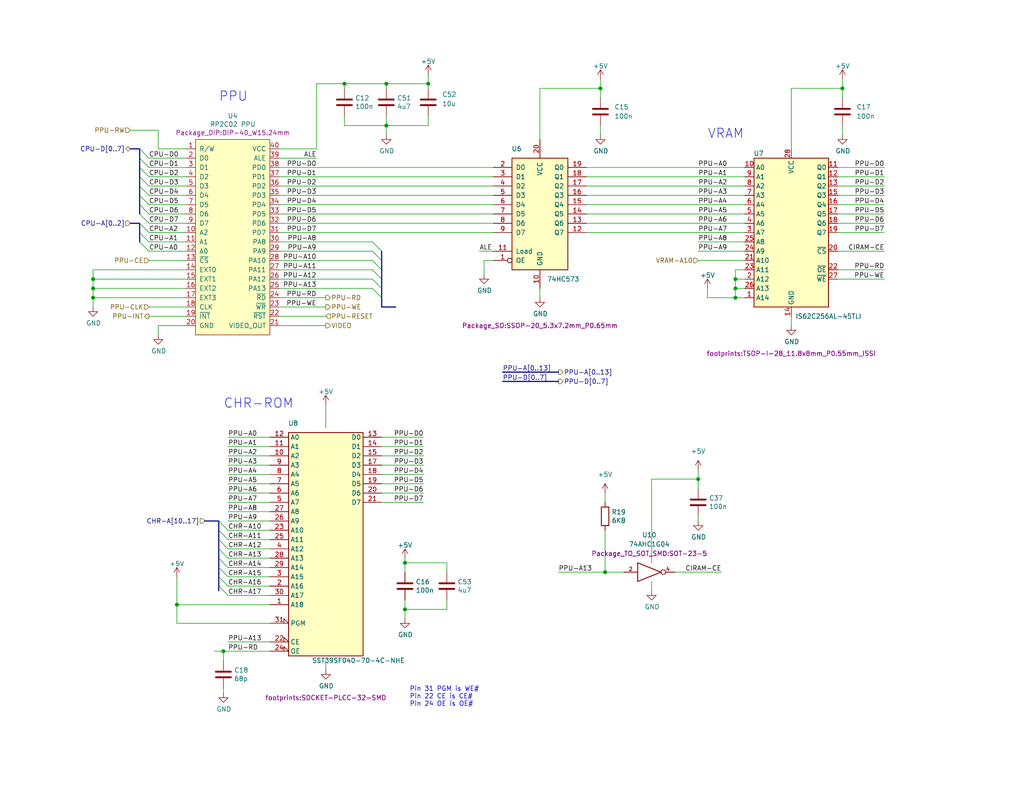
<source format=kicad_sch>
(kicad_sch (version 20211123) (generator eeschema)
  (paper "A")
  (title_block (title "InGame-NES MMC3") (date "2022-08-02") (rev "2") (company "Late to the Game"))
  (lib_symbols
    (symbol "00Custom:NES-RP2C02_PPU" (pin_names (offset 1.016))
      (property "Reference" "U" (at 3.81 3.81 0))
      (property "Value" "NES-RP2C02_PPU" (at 15.24 -52.07 0))
      (symbol "NES-RP2C02_PPU_0_1"
        (rectangle (start 22.86 2.54) (end 2.54 -50.8) (fill (type background)))
      )
      (symbol "NES-RP2C02_PPU_1_1"
        (pin input line (at 0 0 0) (length 2.54) (name "R/W") (number "1"))
        (pin input line (at 0 -22.86 0) (length 2.54) (name "A2") (number "10"))
        (pin input line (at 0 -25.4 0) (length 2.54) (name "A1") (number "11"))
        (pin input line (at 0 -27.94 0) (length 2.54) (name "A0") (number "12"))
        (pin input line (at 0 -30.48 0) (length 2.54) (name "~{CS}") (number "13"))
        (pin bidirectional line (at 0 -33.02 0) (length 2.54) (name "EXT0") (number "14"))
        (pin bidirectional line (at 0 -35.56 0) (length 2.54) (name "EXT1") (number "15"))
        (pin bidirectional line (at 0 -38.1 0) (length 2.54) (name "EXT2") (number "16"))
        (pin bidirectional line (at 0 -40.64 0) (length 2.54) (name "EXT3") (number "17"))
        (pin input line (at 0 -43.18 0) (length 2.54) (name "CLK") (number "18"))
        (pin output line (at 0 -45.72 0) (length 2.54) (name "~{INT}") (number "19"))
        (pin bidirectional line (at 0 -2.54 0) (length 2.54) (name "D0") (number "2"))
        (pin power_in line (at 0 -48.26 0) (length 2.54) (name "GND") (number "20"))
        (pin output line (at 25.4 -48.26 180) (length 2.54) (name "VIDEO_OUT") (number "21"))
        (pin input line (at 25.4 -45.72 180) (length 2.54) (name "~{RST}") (number "22"))
        (pin output line (at 25.4 -43.18 180) (length 2.54) (name "~{WR}") (number "23"))
        (pin input line (at 25.4 -40.64 180) (length 2.54) (name "~{RD}") (number "24"))
        (pin output line (at 25.4 -38.1 180) (length 2.54) (name "PA13") (number "25"))
        (pin output line (at 25.4 -35.56 180) (length 2.54) (name "PA12") (number "26"))
        (pin output line (at 25.4 -33.02 180) (length 2.54) (name "PA11") (number "27"))
        (pin output line (at 25.4 -30.48 180) (length 2.54) (name "PA10") (number "28"))
        (pin output line (at 25.4 -27.94 180) (length 2.54) (name "PA9") (number "29"))
        (pin bidirectional line (at 0 -5.08 0) (length 2.54) (name "D1") (number "3"))
        (pin output line (at 25.4 -25.4 180) (length 2.54) (name "PA8") (number "30"))
        (pin bidirectional line (at 25.4 -22.86 180) (length 2.54) (name "PD7") (number "31"))
        (pin bidirectional line (at 25.4 -20.32 180) (length 2.54) (name "PD6") (number "32"))
        (pin bidirectional line (at 25.4 -17.78 180) (length 2.54) (name "PD5") (number "33"))
        (pin bidirectional line (at 25.4 -15.24 180) (length 2.54) (name "PD4") (number "34"))
        (pin bidirectional line (at 25.4 -12.7 180) (length 2.54) (name "PD3") (number "35"))
        (pin bidirectional line (at 25.4 -10.16 180) (length 2.54) (name "PD2") (number "36"))
        (pin bidirectional line (at 25.4 -7.62 180) (length 2.54) (name "PD1") (number "37"))
        (pin bidirectional line (at 25.4 -5.08 180) (length 2.54) (name "PD0") (number "38"))
        (pin output line (at 25.4 -2.54 180) (length 2.54) (name "ALE") (number "39"))
        (pin bidirectional line (at 0 -7.62 0) (length 2.54) (name "D2") (number "4"))
        (pin power_in line (at 25.4 0 180) (length 2.54) (name "VCC") (number "40"))
        (pin bidirectional line (at 0 -10.16 0) (length 2.54) (name "D3") (number "5"))
        (pin bidirectional line (at 0 -12.7 0) (length 2.54) (name "D4") (number "6"))
        (pin bidirectional line (at 0 -15.24 0) (length 2.54) (name "D5") (number "7"))
        (pin bidirectional line (at 0 -17.78 0) (length 2.54) (name "D6") (number "8"))
        (pin bidirectional line (at 0 -20.32 0) (length 2.54) (name "D7") (number "9"))
      )
    )
    (symbol "74xGxx:74AHC1G04" (pin_names (offset 1.016))
      (property "Reference" "U" (at -2.54 3.81 0))
      (property "Value" "74AHC1G04" (at 0 -3.81 0))
      (symbol "74AHC1G04_0_1"
        (polyline (pts (xy -3.81 2.54) (xy -3.81 -2.54) (xy 2.54 0) (xy -3.81 2.54)) (stroke (width 0.254)))
      )
      (symbol "74AHC1G04_1_1"
        (pin input line (at -7.62 0 0) (length 3.81) (name "~") (number "2"))
        (pin power_in line (at 0 -2.54 270) (length 0) hide (name "GND") (number "3"))
        (pin output inverted (at 6.35 0 180) (length 3.81) (name "~") (number "4"))
        (pin power_in line (at 0 2.54 90) (length 0) hide (name "VCC") (number "5"))
      )
    )
    (symbol "74xx:74LS573" (pin_names (offset 1.016))
      (property "Reference" "U" (at -7.62 16.51 0))
      (property "Value" "74LS573" (at -7.62 -16.51 0))
      (symbol "74LS573_1_0"
        (pin input inverted (at -12.7 -12.7 0) (length 5.08) (name "OE") (number "1"))
        (pin power_in line (at 0 -20.32 90) (length 5.08) (name "GND") (number "10"))
        (pin input line (at -12.7 -10.16 0) (length 5.08) (name "Load") (number "11"))
        (pin tri_state line (at 12.7 -5.08 180) (length 5.08) (name "Q7") (number "12"))
        (pin tri_state line (at 12.7 -2.54 180) (length 5.08) (name "Q6") (number "13"))
        (pin tri_state line (at 12.7 0 180) (length 5.08) (name "Q5") (number "14"))
        (pin tri_state line (at 12.7 2.54 180) (length 5.08) (name "Q4") (number "15"))
        (pin tri_state line (at 12.7 5.08 180) (length 5.08) (name "Q3") (number "16"))
        (pin tri_state line (at 12.7 7.62 180) (length 5.08) (name "Q2") (number "17"))
        (pin tri_state line (at 12.7 10.16 180) (length 5.08) (name "Q1") (number "18"))
        (pin tri_state line (at 12.7 12.7 180) (length 5.08) (name "Q0") (number "19"))
        (pin input line (at -12.7 12.7 0) (length 5.08) (name "D0") (number "2"))
        (pin power_in line (at 0 20.32 270) (length 5.08) (name "VCC") (number "20"))
        (pin input line (at -12.7 10.16 0) (length 5.08) (name "D1") (number "3"))
        (pin input line (at -12.7 7.62 0) (length 5.08) (name "D2") (number "4"))
        (pin input line (at -12.7 5.08 0) (length 5.08) (name "D3") (number "5"))
        (pin input line (at -12.7 2.54 0) (length 5.08) (name "D4") (number "6"))
        (pin input line (at -12.7 0 0) (length 5.08) (name "D5") (number "7"))
        (pin input line (at -12.7 -2.54 0) (length 5.08) (name "D6") (number "8"))
        (pin input line (at -12.7 -5.08 0) (length 5.08) (name "D7") (number "9"))
      )
      (symbol "74LS573_1_1"
        (rectangle (start -7.62 15.24) (end 7.62 -15.24) (stroke (width 0.254)) (fill (type background)))
      )
    )
    (symbol "Device:C" (pin_numbers hide) (pin_names (offset 0.254))
      (property "Reference" "C" (at 0.635 2.54 0))
      (property "Value" "C" (at 0.635 -2.54 0))
      (symbol "C_0_1"
        (polyline (pts (xy -2.032 -0.762) (xy 2.032 -0.762)) (stroke (width 0.508)))
        (polyline (pts (xy -2.032 0.762) (xy 2.032 0.762)) (stroke (width 0.508)))
      )
      (symbol "C_1_1"
        (pin passive line (at 0 3.81 270) (length 2.794) (name "~") (number "1"))
        (pin passive line (at 0 -3.81 90) (length 2.794) (name "~") (number "2"))
      )
    )
    (symbol "Device:R" (pin_numbers hide) (pin_names (offset 0))
      (property "Reference" "R" (at 2.032 0 90))
      (property "Value" "R" (at 0 0 90))
      (symbol "R_0_1"
        (rectangle (start -1.016 -2.54) (end 1.016 2.54) (stroke (width 0.254)))
      )
      (symbol "R_1_1"
        (pin passive line (at 0 3.81 270) (length 1.27) (name "~") (number "1"))
        (pin passive line (at 0 -3.81 90) (length 1.27) (name "~") (number "2"))
      )
    )
    (symbol "Memory_Flash:SST39SF040"
      (property "Reference" "U" (at 2.54 33.02 0))
      (property "Value" "SST39SF040" (at 0 -30.48 0))
      (symbol "SST39SF040_0_0"
        (pin power_in line (at 0 -30.48 90) (length 1.27) hide (name "GND") (number "16"))
        (pin power_in line (at 0 33.02 270) (length 1.27) hide (name "VCC") (number "32"))
      )
      (symbol "SST39SF040_0_1"
        (rectangle (start -10.16 31.75) (end 10.16 -29.21) (stroke (width 0.254)) (fill (type background)))
      )
      (symbol "SST39SF040_1_1"
        (pin input line (at -15.24 -15.24 0) (length 5.08) (name "A18") (number "1"))
        (pin input line (at -15.24 25.4 0) (length 5.08) (name "A2") (number "10"))
        (pin input line (at -15.24 27.94 0) (length 5.08) (name "A1") (number "11"))
        (pin input line (at -15.24 30.48 0) (length 5.08) (name "A0") (number "12"))
        (pin tri_state line (at 15.24 30.48 180) (length 5.08) (name "D0") (number "13"))
        (pin tri_state line (at 15.24 27.94 180) (length 5.08) (name "D1") (number "14"))
        (pin tri_state line (at 15.24 25.4 180) (length 5.08) (name "D2") (number "15"))
        (pin tri_state line (at 15.24 22.86 180) (length 5.08) (name "D3") (number "17"))
        (pin tri_state line (at 15.24 20.32 180) (length 5.08) (name "D4") (number "18"))
        (pin tri_state line (at 15.24 17.78 180) (length 5.08) (name "D5") (number "19"))
        (pin input line (at -15.24 -10.16 0) (length 5.08) (name "A16") (number "2"))
        (pin tri_state line (at 15.24 15.24 180) (length 5.08) (name "D6") (number "20"))
        (pin tri_state line (at 15.24 12.7 180) (length 5.08) (name "D7") (number "21"))
        (pin input input_low (at -15.24 -25.4 0) (length 5.08) (name "CE") (number "22"))
        (pin input line (at -15.24 5.08 0) (length 5.08) (name "A10") (number "23"))
        (pin input input_low (at -15.24 -27.94 0) (length 5.08) (name "OE") (number "24"))
        (pin input line (at -15.24 2.54 0) (length 5.08) (name "A11") (number "25"))
        (pin input line (at -15.24 7.62 0) (length 5.08) (name "A9") (number "26"))
        (pin input line (at -15.24 10.16 0) (length 5.08) (name "A8") (number "27"))
        (pin input line (at -15.24 -2.54 0) (length 5.08) (name "A13") (number "28"))
        (pin input line (at -15.24 -5.08 0) (length 5.08) (name "A14") (number "29"))
        (pin input line (at -15.24 -7.62 0) (length 5.08) (name "A15") (number "3"))
        (pin input line (at -15.24 -12.7 0) (length 5.08) (name "A17") (number "30"))
        (pin input input_low (at -15.24 -20.32 0) (length 5.08) (name "PGM") (number "31"))
        (pin input line (at -15.24 0 0) (length 5.08) (name "A12") (number "4"))
        (pin input line (at -15.24 12.7 0) (length 5.08) (name "A7") (number "5"))
        (pin input line (at -15.24 15.24 0) (length 5.08) (name "A6") (number "6"))
        (pin input line (at -15.24 17.78 0) (length 5.08) (name "A5") (number "7"))
        (pin input line (at -15.24 20.32 0) (length 5.08) (name "A4") (number "8"))
        (pin input line (at -15.24 22.86 0) (length 5.08) (name "A3") (number "9"))
      )
    )
    (symbol "Memory_RAM:KM62256CLP"
      (property "Reference" "U" (at -10.16 20.955 0))
      (property "Value" "KM62256CLP" (at 2.54 20.955 0))
      (symbol "KM62256CLP_0_0"
        (pin power_in line (at 0 -22.86 90) (length 2.54) (name "GND") (number "14"))
        (pin power_in line (at 0 22.86 270) (length 2.54) (name "VCC") (number "28"))
      )
      (symbol "KM62256CLP_0_1"
        (rectangle (start -10.16 20.32) (end 10.16 -20.32) (stroke (width 0.254)) (fill (type background)))
      )
      (symbol "KM62256CLP_1_1"
        (pin input line (at -12.7 -17.78 0) (length 2.54) (name "A14") (number "1"))
        (pin input line (at -12.7 17.78 0) (length 2.54) (name "A0") (number "10"))
        (pin tri_state line (at 12.7 17.78 180) (length 2.54) (name "Q0") (number "11"))
        (pin tri_state line (at 12.7 15.24 180) (length 2.54) (name "Q1") (number "12"))
        (pin tri_state line (at 12.7 12.7 180) (length 2.54) (name "Q2") (number "13"))
        (pin tri_state line (at 12.7 10.16 180) (length 2.54) (name "Q3") (number "15"))
        (pin tri_state line (at 12.7 7.62 180) (length 2.54) (name "Q4") (number "16"))
        (pin tri_state line (at 12.7 5.08 180) (length 2.54) (name "Q5") (number "17"))
        (pin tri_state line (at 12.7 2.54 180) (length 2.54) (name "Q6") (number "18"))
        (pin tri_state line (at 12.7 0 180) (length 2.54) (name "Q7") (number "19"))
        (pin input line (at -12.7 -12.7 0) (length 2.54) (name "A12") (number "2"))
        (pin input line (at 12.7 -5.08 180) (length 2.54) (name "~{CS}") (number "20"))
        (pin input line (at -12.7 -7.62 0) (length 2.54) (name "A10") (number "21"))
        (pin input line (at 12.7 -10.16 180) (length 2.54) (name "~{OE}") (number "22"))
        (pin input line (at -12.7 -10.16 0) (length 2.54) (name "A11") (number "23"))
        (pin input line (at -12.7 -5.08 0) (length 2.54) (name "A9") (number "24"))
        (pin input line (at -12.7 -2.54 0) (length 2.54) (name "A8") (number "25"))
        (pin input line (at -12.7 -15.24 0) (length 2.54) (name "A13") (number "26"))
        (pin input line (at 12.7 -12.7 180) (length 2.54) (name "~{WE}") (number "27"))
        (pin input line (at -12.7 0 0) (length 2.54) (name "A7") (number "3"))
        (pin input line (at -12.7 2.54 0) (length 2.54) (name "A6") (number "4"))
        (pin input line (at -12.7 5.08 0) (length 2.54) (name "A5") (number "5"))
        (pin input line (at -12.7 7.62 0) (length 2.54) (name "A4") (number "6"))
        (pin input line (at -12.7 10.16 0) (length 2.54) (name "A3") (number "7"))
        (pin input line (at -12.7 12.7 0) (length 2.54) (name "A2") (number "8"))
        (pin input line (at -12.7 15.24 0) (length 2.54) (name "A1") (number "9"))
      )
    )
    (symbol "power:+5V" (power) (pin_names (offset 0))
      (property "Value" "+5V" (at 0 3.556 0))
      (symbol "+5V_0_1"
        (polyline (pts (xy -0.762 1.27) (xy 0 2.54)))
        (polyline (pts (xy 0 0) (xy 0 2.54)))
        (polyline (pts (xy 0 2.54) (xy 0.762 1.27)))
      )
      (symbol "+5V_1_1"
        (pin power_in line (at 0 0 90) (length 0) hide (name "+5V") (number "1"))
      )
    )
    (symbol "power:GND" (power) (pin_names (offset 0))
      (property "Value" "GND" (at 0 -3.81 0))
      (symbol "GND_0_1"
        (polyline (pts (xy 0 0) (xy 0 -1.27) (xy 1.27 -1.27) (xy 0 -2.54) (xy -1.27 -1.27) (xy 0 -1.27)))
      )
      (symbol "GND_1_1"
        (pin power_in line (at 0 0 270) (length 0) hide (name "GND") (number "1"))
      )
    )
  )
  (junction (at 200.66 78.74))
  (junction (at 105.41 34.29))
  (junction (at 165.1 156.21))
  (junction (at 110.49 166.37))
  (junction (at 60.96 177.8))
  (junction (at 200.66 76.2))
  (junction (at 25.4 81.28))
  (junction (at 48.26 165.1))
  (junction (at 25.4 76.2))
  (junction (at 190.5 130.81))
  (junction (at 163.83 24.13))
  (junction (at 105.41 22.86))
  (junction (at 110.49 153.67))
  (junction (at 93.98 22.86))
  (junction (at 116.84 22.86))
  (junction (at 229.87 24.13))
  (junction (at 25.4 78.74))
  (junction (at 200.66 81.28))
  (bus_entry (at 59.69 160.02) (size 2.54 2.54))
  (bus_entry (at 101.6 76.2) (size 2.54 2.54))
  (bus_entry (at 101.6 71.12) (size 2.54 2.54))
  (bus_entry (at 59.69 154.94) (size 2.54 2.54))
  (bus_entry (at 38.1 66.04) (size 2.54 2.54))
  (bus_entry (at 59.69 142.24) (size 2.54 2.54))
  (bus_entry (at 59.69 157.48) (size 2.54 2.54))
  (bus_entry (at 101.6 68.58) (size 2.54 2.54))
  (bus_entry (at 38.1 60.96) (size 2.54 2.54))
  (bus_entry (at 38.1 50.8) (size 2.54 2.54))
  (bus_entry (at 101.6 66.04) (size 2.54 2.54))
  (bus_entry (at 38.1 40.64) (size 2.54 2.54))
  (bus_entry (at 38.1 45.72) (size 2.54 2.54))
  (bus_entry (at 38.1 48.26) (size 2.54 2.54))
  (bus_entry (at 59.69 152.4) (size 2.54 2.54))
  (bus_entry (at 59.69 144.78) (size 2.54 2.54))
  (bus_entry (at 59.69 147.32) (size 2.54 2.54))
  (bus_entry (at 38.1 58.42) (size 2.54 2.54))
  (bus_entry (at 38.1 55.88) (size 2.54 2.54))
  (bus_entry (at 59.69 149.86) (size 2.54 2.54))
  (bus_entry (at 101.6 73.66) (size 2.54 2.54))
  (bus_entry (at 38.1 43.18) (size 2.54 2.54))
  (bus_entry (at 38.1 53.34) (size 2.54 2.54))
  (bus_entry (at 101.6 78.74) (size 2.54 2.54))
  (bus_entry (at 38.1 63.5) (size 2.54 2.54))
  (wire (pts (xy 48.26 170.18) (xy 48.26 165.1)))
  (wire (pts (xy 165.1 156.21) (xy 165.1 144.78)))
  (bus (pts (xy 104.14 71.12) (xy 104.14 73.66)))
  (bus (pts (xy 104.14 76.2) (xy 104.14 78.74)))
  (bus (pts (xy 59.69 160.02) (xy 59.69 161.29)))
  (wire (pts (xy 228.6 58.42) (xy 241.3 58.42)))
  (wire (pts (xy 115.57 129.54) (xy 104.14 129.54)))
  (wire (pts (xy 105.41 22.86) (xy 116.84 22.86)))
  (wire (pts (xy 93.98 22.86) (xy 105.41 22.86)))
  (wire (pts (xy 73.66 142.24) (xy 62.23 142.24)))
  (wire (pts (xy 200.66 81.28) (xy 203.2 81.28)))
  (wire (pts (xy 228.6 76.2) (xy 241.3 76.2)))
  (wire (pts (xy 200.66 73.66) (xy 203.2 73.66)))
  (wire (pts (xy 76.2 66.04) (xy 101.6 66.04)))
  (wire (pts (xy 215.9 24.13) (xy 215.9 40.64)))
  (wire (pts (xy 229.87 34.29) (xy 229.87 36.83)))
  (wire (pts (xy 160.02 48.26) (xy 203.2 48.26)))
  (wire (pts (xy 40.64 50.8) (xy 50.8 50.8)))
  (wire (pts (xy 73.66 160.02) (xy 62.23 160.02)))
  (bus (pts (xy 59.69 142.24) (xy 59.69 144.78)))
  (wire (pts (xy 130.81 68.58) (xy 134.62 68.58)))
  (wire (pts (xy 40.64 45.72) (xy 50.8 45.72)))
  (wire (pts (xy 134.62 71.12) (xy 132.08 71.12)))
  (bus (pts (xy 104.14 68.58) (xy 104.14 71.12)))
  (wire (pts (xy 43.18 35.56) (xy 35.56 35.56)))
  (wire (pts (xy 228.6 63.5) (xy 241.3 63.5)))
  (wire (pts (xy 76.2 45.72) (xy 134.62 45.72)))
  (wire (pts (xy 25.4 81.28) (xy 25.4 78.74)))
  (wire (pts (xy 190.5 130.81) (xy 190.5 133.35)))
  (bus (pts (xy 104.14 83.82) (xy 107.95 83.82)))
  (wire (pts (xy 76.2 63.5) (xy 134.62 63.5)))
  (wire (pts (xy 50.8 40.64) (xy 43.18 40.64)))
  (wire (pts (xy 160.02 55.88) (xy 203.2 55.88)))
  (wire (pts (xy 177.8 158.75) (xy 177.8 161.29)))
  (wire (pts (xy 40.64 43.18) (xy 50.8 43.18)))
  (wire (pts (xy 116.84 20.32) (xy 116.84 22.86)))
  (bus (pts (xy 38.1 50.8) (xy 38.1 53.34)))
  (bus (pts (xy 59.69 152.4) (xy 59.69 154.94)))
  (wire (pts (xy 62.23 175.26) (xy 73.66 175.26)))
  (wire (pts (xy 76.2 40.64) (xy 86.36 40.64)))
  (bus (pts (xy 38.1 40.64) (xy 35.56 40.64)))
  (wire (pts (xy 40.64 48.26) (xy 50.8 48.26)))
  (wire (pts (xy 73.66 149.86) (xy 62.23 149.86)))
  (bus (pts (xy 38.1 60.96) (xy 35.56 60.96)))
  (wire (pts (xy 40.64 68.58) (xy 50.8 68.58)))
  (wire (pts (xy 147.32 24.13) (xy 163.83 24.13)))
  (wire (pts (xy 228.6 55.88) (xy 241.3 55.88)))
  (wire (pts (xy 215.9 24.13) (xy 229.87 24.13)))
  (bus (pts (xy 59.69 157.48) (xy 59.69 160.02)))
  (wire (pts (xy 62.23 162.56) (xy 73.66 162.56)))
  (wire (pts (xy 48.26 157.48) (xy 48.26 165.1)))
  (bus (pts (xy 59.69 144.78) (xy 59.69 147.32)))
  (bus (pts (xy 59.69 154.94) (xy 59.69 157.48)))
  (wire (pts (xy 62.23 152.4) (xy 73.66 152.4)))
  (wire (pts (xy 73.66 165.1) (xy 48.26 165.1)))
  (wire (pts (xy 110.49 166.37) (xy 121.92 166.37)))
  (wire (pts (xy 160.02 60.96) (xy 203.2 60.96)))
  (wire (pts (xy 200.66 76.2) (xy 200.66 73.66)))
  (wire (pts (xy 105.41 24.13) (xy 105.41 22.86)))
  (wire (pts (xy 105.41 34.29) (xy 105.41 36.83)))
  (wire (pts (xy 228.6 50.8) (xy 241.3 50.8)))
  (wire (pts (xy 190.5 130.81) (xy 177.8 130.81)))
  (wire (pts (xy 88.9 110.49) (xy 88.9 116.84)))
  (wire (pts (xy 40.64 55.88) (xy 50.8 55.88)))
  (bus (pts (xy 59.69 149.86) (xy 59.69 152.4)))
  (wire (pts (xy 76.2 86.36) (xy 88.9 86.36)))
  (wire (pts (xy 25.4 78.74) (xy 50.8 78.74)))
  (wire (pts (xy 184.15 156.21) (xy 196.85 156.21)))
  (wire (pts (xy 73.66 170.18) (xy 48.26 170.18)))
  (wire (pts (xy 62.23 134.62) (xy 73.66 134.62)))
  (bus (pts (xy 38.1 55.88) (xy 38.1 58.42)))
  (wire (pts (xy 228.6 73.66) (xy 241.3 73.66)))
  (bus (pts (xy 38.1 63.5) (xy 38.1 66.04)))
  (wire (pts (xy 88.9 180.34) (xy 88.9 182.88)))
  (wire (pts (xy 76.2 73.66) (xy 101.6 73.66)))
  (wire (pts (xy 40.64 66.04) (xy 50.8 66.04)))
  (wire (pts (xy 229.87 21.59) (xy 229.87 24.13)))
  (wire (pts (xy 110.49 156.21) (xy 110.49 153.67)))
  (bus (pts (xy 38.1 53.34) (xy 38.1 55.88)))
  (wire (pts (xy 40.64 53.34) (xy 50.8 53.34)))
  (wire (pts (xy 60.96 177.8) (xy 73.66 177.8)))
  (wire (pts (xy 40.64 86.36) (xy 50.8 86.36)))
  (wire (pts (xy 200.66 78.74) (xy 200.66 76.2)))
  (wire (pts (xy 228.6 45.72) (xy 241.3 45.72)))
  (wire (pts (xy 40.64 63.5) (xy 50.8 63.5)))
  (wire (pts (xy 147.32 78.74) (xy 147.32 81.28)))
  (wire (pts (xy 40.64 71.12) (xy 50.8 71.12)))
  (wire (pts (xy 200.66 76.2) (xy 203.2 76.2)))
  (wire (pts (xy 43.18 88.9) (xy 50.8 88.9)))
  (wire (pts (xy 147.32 24.13) (xy 147.32 38.1)))
  (wire (pts (xy 160.02 63.5) (xy 203.2 63.5)))
  (wire (pts (xy 165.1 137.16) (xy 165.1 134.62)))
  (wire (pts (xy 163.83 26.67) (xy 163.83 24.13)))
  (wire (pts (xy 104.14 119.38) (xy 115.57 119.38)))
  (wire (pts (xy 200.66 78.74) (xy 203.2 78.74)))
  (wire (pts (xy 40.64 60.96) (xy 50.8 60.96)))
  (wire (pts (xy 104.14 121.92) (xy 115.57 121.92)))
  (wire (pts (xy 62.23 119.38) (xy 73.66 119.38)))
  (wire (pts (xy 163.83 34.29) (xy 163.83 36.83)))
  (wire (pts (xy 190.5 140.97) (xy 190.5 142.24)))
  (wire (pts (xy 25.4 73.66) (xy 50.8 73.66)))
  (bus (pts (xy 38.1 45.72) (xy 38.1 48.26)))
  (wire (pts (xy 62.23 132.08) (xy 73.66 132.08)))
  (wire (pts (xy 60.96 180.34) (xy 60.96 177.8)))
  (wire (pts (xy 25.4 76.2) (xy 50.8 76.2)))
  (wire (pts (xy 177.8 130.81) (xy 177.8 153.67)))
  (wire (pts (xy 76.2 88.9) (xy 88.9 88.9)))
  (wire (pts (xy 76.2 60.96) (xy 134.62 60.96)))
  (wire (pts (xy 76.2 48.26) (xy 134.62 48.26)))
  (wire (pts (xy 115.57 127) (xy 104.14 127)))
  (wire (pts (xy 190.5 71.12) (xy 203.2 71.12)))
  (wire (pts (xy 115.57 132.08) (xy 104.14 132.08)))
  (wire (pts (xy 40.64 83.82) (xy 50.8 83.82)))
  (bus (pts (xy 38.1 43.18) (xy 38.1 45.72)))
  (wire (pts (xy 43.18 40.64) (xy 43.18 35.56)))
  (wire (pts (xy 43.18 91.44) (xy 43.18 88.9)))
  (wire (pts (xy 25.4 76.2) (xy 25.4 73.66)))
  (wire (pts (xy 190.5 68.58) (xy 203.2 68.58)))
  (bus (pts (xy 104.14 73.66) (xy 104.14 76.2)))
  (wire (pts (xy 62.23 127) (xy 73.66 127)))
  (wire (pts (xy 165.1 156.21) (xy 170.18 156.21)))
  (wire (pts (xy 73.66 154.94) (xy 62.23 154.94)))
  (wire (pts (xy 93.98 24.13) (xy 93.98 22.86)))
  (wire (pts (xy 25.4 81.28) (xy 50.8 81.28)))
  (wire (pts (xy 93.98 31.75) (xy 93.98 34.29)))
  (bus (pts (xy 38.1 48.26) (xy 38.1 50.8)))
  (bus (pts (xy 104.14 78.74) (xy 104.14 81.28)))
  (wire (pts (xy 193.04 81.28) (xy 200.66 81.28)))
  (wire (pts (xy 190.5 66.04) (xy 203.2 66.04)))
  (wire (pts (xy 105.41 31.75) (xy 105.41 34.29)))
  (wire (pts (xy 73.66 144.78) (xy 62.23 144.78)))
  (wire (pts (xy 73.66 157.48) (xy 62.23 157.48)))
  (wire (pts (xy 25.4 83.82) (xy 25.4 81.28)))
  (wire (pts (xy 86.36 22.86) (xy 86.36 40.64)))
  (wire (pts (xy 58.42 177.8) (xy 60.96 177.8)))
  (wire (pts (xy 60.96 187.96) (xy 60.96 189.23)))
  (wire (pts (xy 115.57 137.16) (xy 104.14 137.16)))
  (wire (pts (xy 76.2 43.18) (xy 86.36 43.18)))
  (wire (pts (xy 76.2 71.12) (xy 101.6 71.12)))
  (wire (pts (xy 93.98 34.29) (xy 105.41 34.29)))
  (wire (pts (xy 76.2 53.34) (xy 134.62 53.34)))
  (wire (pts (xy 76.2 68.58) (xy 101.6 68.58)))
  (wire (pts (xy 62.23 129.54) (xy 73.66 129.54)))
  (bus (pts (xy 137.16 104.14) (xy 152.4 104.14)))
  (wire (pts (xy 40.64 58.42) (xy 50.8 58.42)))
  (wire (pts (xy 160.02 45.72) (xy 203.2 45.72)))
  (wire (pts (xy 110.49 152.4) (xy 110.49 153.67)))
  (wire (pts (xy 152.4 156.21) (xy 165.1 156.21)))
  (wire (pts (xy 229.87 26.67) (xy 229.87 24.13)))
  (wire (pts (xy 62.23 121.92) (xy 73.66 121.92)))
  (wire (pts (xy 228.6 48.26) (xy 241.3 48.26)))
  (wire (pts (xy 160.02 53.34) (xy 203.2 53.34)))
  (bus (pts (xy 104.14 81.28) (xy 104.14 83.82)))
  (wire (pts (xy 86.36 22.86) (xy 93.98 22.86)))
  (wire (pts (xy 200.66 81.28) (xy 200.66 78.74)))
  (wire (pts (xy 76.2 83.82) (xy 88.9 83.82)))
  (wire (pts (xy 76.2 55.88) (xy 134.62 55.88)))
  (wire (pts (xy 73.66 139.7) (xy 62.23 139.7)))
  (wire (pts (xy 76.2 81.28) (xy 88.9 81.28)))
  (wire (pts (xy 132.08 71.12) (xy 132.08 74.93)))
  (wire (pts (xy 228.6 60.96) (xy 241.3 60.96)))
  (wire (pts (xy 110.49 166.37) (xy 110.49 168.91)))
  (wire (pts (xy 110.49 163.83) (xy 110.49 166.37)))
  (wire (pts (xy 215.9 88.9) (xy 215.9 86.36)))
  (wire (pts (xy 228.6 68.58) (xy 241.3 68.58)))
  (wire (pts (xy 116.84 31.75) (xy 116.84 34.29)))
  (bus (pts (xy 137.16 101.6) (xy 152.4 101.6)))
  (wire (pts (xy 104.14 124.46) (xy 115.57 124.46)))
  (wire (pts (xy 160.02 58.42) (xy 203.2 58.42)))
  (wire (pts (xy 76.2 78.74) (xy 101.6 78.74)))
  (wire (pts (xy 163.83 21.59) (xy 163.83 24.13)))
  (bus (pts (xy 38.1 40.64) (xy 38.1 43.18)))
  (wire (pts (xy 76.2 76.2) (xy 101.6 76.2)))
  (wire (pts (xy 116.84 22.86) (xy 116.84 24.13)))
  (wire (pts (xy 121.92 163.83) (xy 121.92 166.37)))
  (wire (pts (xy 25.4 78.74) (xy 25.4 76.2)))
  (bus (pts (xy 55.88 142.24) (xy 59.69 142.24)))
  (wire (pts (xy 228.6 53.34) (xy 241.3 53.34)))
  (wire (pts (xy 62.23 137.16) (xy 73.66 137.16)))
  (bus (pts (xy 59.69 147.32) (xy 59.69 149.86)))
  (wire (pts (xy 110.49 153.67) (xy 121.92 153.67)))
  (bus (pts (xy 38.1 60.96) (xy 38.1 63.5)))
  (wire (pts (xy 105.41 34.29) (xy 116.84 34.29)))
  (wire (pts (xy 121.92 153.67) (xy 121.92 156.21)))
  (wire (pts (xy 193.04 78.74) (xy 193.04 81.28)))
  (wire (pts (xy 73.66 147.32) (xy 62.23 147.32)))
  (wire (pts (xy 76.2 50.8) (xy 134.62 50.8)))
  (wire (pts (xy 160.02 50.8) (xy 203.2 50.8)))
  (wire (pts (xy 190.5 128.27) (xy 190.5 130.81)))
  (wire (pts (xy 76.2 58.42) (xy 134.62 58.42)))
  (wire (pts (xy 62.23 124.46) (xy 73.66 124.46)))
  (wire (pts (xy 115.57 134.62) (xy 104.14 134.62)))
  (text "SST39SF040-70-4C-NHE\nIC FLASH 4MBIT PARALLEL 32PLCC\n\nSST39SF020A-55-4C-NHE\nIC FLASH 2MBIT PARALLEL 32PLCC\n\n8432-21B1-RK-TP\n69802-032LF\nCONN SOCKET PLCC 32POS TIN\n32 (2 x 7, 2 x 9) Pos PLCC Socket Tin Surface Mount" (at -62.23 200.66 0) (effects (font (size 1.27 1.27)) (justify left bottom)))
  (text "A0-A10 = 2KB, 16Kb\nA0-A11 = 4KB, 32Kb\nA0-A12 = 8KB, 64Kb\nA0-A13 = 16KB, 128Kb\nA0-A14 = 32KB, 256Kb" (at 294.64 54.61 0) (effects (font (size 1.27 1.27)) (justify left bottom)))
  (text "Additional wiring due to cartridge absence\n\n1: The PPU memory /CE signal is usually controlled from \nan inverted A13 signal (inverted by U9, pins 5 and 6) and \npasses through the cartridge. \nThis allows a cartridge to provide their own PPU memory \nand to disable the internal memory. \nSince we dont have any cartridge, contacts #58 (CHR /A13) \nmust be connected to contact #57 (ciram /CE).\n\n2: The A10 signal that goes to the PPU memory does not come directly from the PPU.\nIt goes through the cartridge too. \nBy connecting memory signal A10 to PPU A10 or A11, \nthe cartridge can choose between horizontal and vertical mirroring. \nSince we have 4KB of memory, mirroring is not applicable. \nJust connect contact #62 (CHR A10) to contact #22 (CIRAM A10)." (at 289.56 162.56 0) (effects (font (size 1.27 1.27)) (justify left bottom)))
  (text "CIRAM_A10 mirroring connection\nVRAM-A10 verticle\nVRAM-A11 horizontal" (at 290.83 72.39 0) (effects (font (size 1.27 1.27)) (justify left bottom)))
  (text "Additional memory for the PPU\n\n4KB of memory must be available to the PPU instead of 2KB. \nThe memory chip (U4) must be replaced by a bigger one.\n\nThe pinout uesd by different memory chips is usually similar. \nThis allows us to solder the bigger chip where the small one was, \nwith a minimal number of wires and bent pins. \nThe additional address line A11 must be connected to PPU pin #27. \nIf you use a memory chip bigger than 4K, \nconnect all the remaining address pins (A12 and higher) to VCC or ground." (at 292.1 124.46 0) (effects (font (size 1.27 1.27)) (justify left bottom)))
  (text "CHR-ROM" (at 60.96 111.76 0) (effects (font (size 2.54 2.54)) (justify left bottom)))
  (text "Universal CHR area should consist of:\n\n8K of RAM at 0000-1FFF; (0 to 8K; A12) switchable to 2K or 4K.  \nMust allow A10/A11/A12 and /CE access\n\n8K of RAM at 2000-3FFF (8K to 16K; A13); must allow A10/A11/A12/CE/WE/OE access\n\n1024K of C-ROM at 2000-3FFF bankswitched.  \nMust allow to be able to be switched from 2K, 4K, 8K, 16K, 32K, 64K, 128K, 256K, 512K, and 1024K." (at 292.1 189.23 0) (effects (font (size 1.27 1.27)) (justify left bottom)))
  (text "PPU A0..A13 : Also called PA0..13 in official docs. \nThis is the PPU's address bus. \nMost boards tie PA13 directly to the /CE of CHR ROM or CHR RAM to map it into pattern table space ($0000-$1FFF) (0-8K) without any extra logic.\n\nPPU /A13 : The inverted form of PPU A13. Typically used to map nametables and attribute tables to $2000-$3FFF. (8K-16K)\n\nCIRAM /CE : Also called VRAM /CS. \nThis signal is used as an input to enable the internal 2k of VRAM (used for name table and attribute tables typically, but could be made for another use). \nThis signal is usually directly connected with PPU /A13, \nbut carts using their own RAM for name table and attribute tables will have their own logic implemented.\n\nCIRAM A10 : Also called VRAM A10. \nThis is the 1k bank selection input for internal VRAM. \nThis is used to control how the name tables are banked; in other words, this selects nametable mirroring. \nConnect to PPU A10 for vertical mirroring or PPU A11 for horizontal mirroring. \nConnect it to a software operated latch to allow bank switching of two separate name tables in single-screen mirroring (as in AxROM). \nMany mappers have software operated mirroring selection: they multiplex PPU A10 and PPU A11 into this pin, selected by a latch." (at 13.97 254 0) (effects (font (size 1.27 1.27)) (justify left bottom)))
  (text "There are several ways to implement extra nametable RAM on a cartridge board:\n\nAdd an extra 2 KiB of RAM on the board and combine it with the CIRAM already present in the console with a decoder chip in order to create linear accessible 4k block of RAM at $2000-$2FFF.\nAdd a 6264 8 KiB RAM on the board, replacing the CIRAM present in the console. This effectively \"wastes\" the CIRAM chip as a whole, 4 KB of (normally unused) extra memory at $3000-$3EFF. \nHowever this leads to a simpler, single-chip solution (in addition, 8 KiB RAM chips are today more common and less expensive than 2 KiB ones).\nAdd a larger RAM on the board and map it to the entire PPU address space. This allows 8 KiB of pattern tables at $0000-$1FFF and 4 KiB of nametables at $2000-$2FFF sharing the same RAM chip." (at 185.42 231.14 0) (effects (font (size 1.27 1.27)) (justify left bottom)))
  (text "CIRAM-CE is inverted PPU-A13\nCIRAM-A10 comes from mapper" (at 290.83 83.82 0) (effects (font (size 1.27 1.27)) (justify left bottom)))
  (text "PPU" (at 59.69 27.94 0) (effects (font (size 2.54 2.54)) (justify left bottom)))
  (text "Capacitor estimates\nThese are frequency of low impedance\n\n47n  40MHz  30 to 90\n100n 30MHz  20 to 80\n220n 25Mhz  15 to 50\n470n 15MHz  10 to 50\n1u   12MHz  6  to 50  \n2u2  7MHz   4  to 50\n4u7  5MHz   3  to 50\n10u  3MHz   2  to 25\n22u  2MHz   1  to 25\n47u  1MHz   .5 to 25" (at -48.26 63.5 0) (effects (font (size 1.27 1.27)) (justify left bottom)))
  (text "VRAM" (at 193.04 38.1 0) (effects (font (size 2.54 2.54)) (justify left bottom)))
  (text "Pin 31 PGM is WE#\nPin 22 CE is CE#\nPin 24 OE is OE#" (at 111.76 193.04 0) (effects (font (size 1.27 1.27)) (justify left bottom)))
  (label "PPU-D2" (at 86.36 50.8 180))
  (label "CPU-A2" (at 40.64 63.5 0))
  (label "CPU-D7" (at 40.64 60.96 0))
  (label "PPU-A10" (at 86.36 71.12 180))
  (label "PPU-A4" (at 62.23 129.54 0))
  (label "PPU-D4" (at 241.3 55.88 180))
  (label "PPU-A13" (at 152.4 156.21 0))
  (label "PPU-A[0..13]" (at 137.16 101.6 0))
  (label "PPU-D4" (at 115.57 129.54 180))
  (label "PPU-A7" (at 190.5 63.5 0))
  (label "CPU-D2" (at 40.64 48.26 0))
  (label "PPU-A8" (at 190.5 66.04 0))
  (label "CHR-A16" (at 62.23 160.02 0))
  (label "PPU-A8" (at 62.23 139.7 0))
  (label "CHR-A10" (at 62.23 144.78 0))
  (label "PPU-A1" (at 190.5 48.26 0))
  (label "ALE" (at 86.36 43.18 180))
  (label "PPU-A12" (at 86.36 76.2 180))
  (label "CPU-A1" (at 40.64 66.04 0))
  (label "PPU-A0" (at 62.23 119.38 0))
  (label "PPU-WE" (at 241.3 76.2 180))
  (label "CPU-A0" (at 40.64 68.58 0))
  (label "PPU-D3" (at 86.36 53.34 180))
  (label "PPU-A2" (at 190.5 50.8 0))
  (label "CPU-D5" (at 40.64 55.88 0))
  (label "PPU-D2" (at 115.57 124.46 180))
  (label "PPU-A6" (at 190.5 60.96 0))
  (label "PPU-A0" (at 190.5 45.72 0))
  (label "PPU-D6" (at 115.57 134.62 180))
  (label "CHR-A14" (at 62.23 154.94 0))
  (label "PPU-D[0..7]" (at 137.16 104.14 0))
  (label "PPU-D4" (at 86.36 55.88 180))
  (label "CPU-D4" (at 40.64 53.34 0))
  (label "PPU-A2" (at 62.23 124.46 0))
  (label "CHR-A17" (at 62.23 162.56 0))
  (label "PPU-D7" (at 241.3 63.5 180))
  (label "CHR-A11" (at 62.23 147.32 0))
  (label "PPU-A5" (at 62.23 132.08 0))
  (label "PPU-A9" (at 86.36 68.58 180))
  (label "PPU-A5" (at 190.5 58.42 0))
  (label "PPU-A13" (at 86.36 78.74 180))
  (label "CPU-D6" (at 40.64 58.42 0))
  (label "PPU-D0" (at 241.3 45.72 180))
  (label "PPU-D1" (at 241.3 48.26 180))
  (label "PPU-D6" (at 86.36 60.96 180))
  (label "PPU-A7" (at 62.23 137.16 0))
  (label "PPU-A13" (at 62.23 175.26 0))
  (label "PPU-A3" (at 190.5 53.34 0))
  (label "CPU-D0" (at 40.64 43.18 0))
  (label "PPU-A9" (at 190.5 68.58 0))
  (label "PPU-D2" (at 241.3 50.8 180))
  (label "PPU-D7" (at 86.36 63.5 180))
  (label "PPU-A8" (at 86.36 66.04 180))
  (label "PPU-RD" (at 241.3 73.66 180))
  (label "PPU-A9" (at 62.23 142.24 0))
  (label "PPU-D5" (at 86.36 58.42 180))
  (label "CHR-A15" (at 62.23 157.48 0))
  (label "CIRAM-CE" (at 196.85 156.21 180))
  (label "PPU-D3" (at 241.3 53.34 180))
  (label "PPU-D3" (at 115.57 127 180))
  (label "CHR-A12" (at 62.23 149.86 0))
  (label "PPU-D1" (at 115.57 121.92 180))
  (label "CIRAM-CE" (at 241.3 68.58 180))
  (label "PPU-RD" (at 62.23 177.8 0))
  (label "PPU-WE" (at 86.36 83.82 180))
  (label "PPU-D5" (at 115.57 132.08 180))
  (label "PPU-A11" (at 86.36 73.66 180))
  (label "PPU-A6" (at 62.23 134.62 0))
  (label "PPU-A1" (at 62.23 121.92 0))
  (label "CPU-D1" (at 40.64 45.72 0))
  (label "PPU-D0" (at 115.57 119.38 180))
  (label "ALE" (at 130.81 68.58 0))
  (label "CPU-D3" (at 40.64 50.8 0))
  (label "CHR-A13" (at 62.23 152.4 0))
  (label "PPU-D1" (at 86.36 48.26 180))
  (label "PPU-A3" (at 62.23 127 0))
  (label "PPU-D6" (at 241.3 60.96 180))
  (label "PPU-A4" (at 190.5 55.88 0))
  (label "PPU-RD" (at 86.36 81.28 180))
  (label "PPU-D0" (at 86.36 45.72 180))
  (label "PPU-D7" (at 115.57 137.16 180))
  (label "PPU-D5" (at 241.3 58.42 180))
  (hierarchical_label "PPU-CLK" (shape input) (at 40.64 83.82 180))
  (hierarchical_label "PPU-D[0..7]" (shape output) (at 152.4 104.14 0))
  (hierarchical_label "PPU-WE" (shape output) (at 88.9 83.82 0))
  (hierarchical_label "PPU-RW" (shape input) (at 35.56 35.56 180))
  (hierarchical_label "PPU-A[0..13]" (shape output) (at 152.4 101.6 0))
  (hierarchical_label "PPU-CE" (shape input) (at 40.64 71.12 180))
  (hierarchical_label "PPU-RESET" (shape input) (at 88.9 86.36 0))
  (hierarchical_label "CPU-D[0..7]" (shape bidirectional) (at 35.56 40.64 180))
  (hierarchical_label "VIDEO" (shape output) (at 88.9 88.9 0))
  (hierarchical_label "CPU-A[0..2]" (shape input) (at 35.56 60.96 180))
  (hierarchical_label "VRAM-A10" (shape input) (at 190.5 71.12 180))
  (hierarchical_label "CHR-A[10..17]" (shape input) (at 55.88 142.24 180))
  (hierarchical_label "PPU-RD" (shape output) (at 88.9 81.28 0))
  (hierarchical_label "PPU-INT" (shape output) (at 40.64 86.36 180))
  (symbol (lib_id "power:GND") (at 25.4 83.82 0) (unit 1)
    (property "Reference" "#PWR010" (effects hide))
    (property "Value" "GND" (at 25.527 88.2142 0))
  )
  (symbol (lib_id "power:GND") (at 43.18 91.44 0) (unit 1)
    (property "Reference" "#PWR012" (effects hide))
    (property "Value" "GND" (at 43.307 95.8342 0))
  )
  (symbol (lib_id "00Custom:NES-RP2C02_PPU") (at 50.8 40.64 0) (unit 1)
    (property "Reference" "U4" (at 63.5 31.623 0))
    (property "Value" "RP2C02 PPU" (at 63.5 33.9344 0))
    (property "Footprint" "Package_DIP:DIP-40_W15.24mm" (at 63.5 36.2458 0))
    (property "Digikey" "ED3048-5-ND" (effects hide))
    (property "MPN" "ED40DT" (effects hide))
    (property "Description" "CONN IC DIP SOCKET 40POS TIN" (effects hide))
  )
  (symbol (lib_id "power:GND") (at 147.32 81.28 0) (unit 1)
    (property "Reference" "#PWR021" (effects hide))
    (property "Value" "GND" (at 147.447 85.6742 0))
  )
  (symbol (lib_id "power:GND") (at 132.08 74.93 0) (unit 1)
    (property "Reference" "#PWR020" (effects hide))
    (property "Value" "GND" (at 132.207 79.3242 0))
  )
  (symbol (lib_id "74xx:74LS573") (at 147.32 58.42 0) (unit 1)
    (property "Reference" "U6" (at 140.97 40.64 0))
    (property "Value" "74HC573" (at 153.67 76.2 0))
    (property "Footprint" "Package_SO:SSOP-20_5.3x7.2mm_P0.65mm" (at 147.32 88.9 0))
    (property "Datasheet" "74xx/74hc573.pdf" (effects hide))
    (property "MPN" "SN74HC573ADBR" (effects hide))
    (property "Description" "IC OCTAL TRANSP D-LATCH 20-SSOP" (effects hide))
    (property "Digikey" "296-SN74HC573ADBRCT-ND" (effects hide))
  )
  (symbol (lib_id "power:+5V") (at 116.84 20.32 0) (unit 1)
    (property "Reference" "#PWR0205" (effects hide))
    (property "Value" "+5V" (at 116.84 16.764 0))
  )
  (symbol (lib_id "power:GND") (at 105.41 36.83 0) (unit 1)
    (property "Reference" "#PWR016" (effects hide))
    (property "Value" "GND" (at 105.537 41.2242 0))
  )
  (symbol (lib_id "Device:C") (at 93.98 27.94 180) (unit 1)
    (property "Reference" "C12" (at 96.901 26.7716 0) (effects (justify right)))
    (property "Value" "100n" (at 96.901 29.083 0) (effects (justify right)))
    (property "Footprint" "Capacitor_SMD:C_0603_1608Metric_Pad1.08x0.95mm_HandSolder" (effects hide))
    (property "Description" "CAP CER 0.1UF 50V X7R 0603" (effects hide))
    (property "Digikey" "1276-CL10B104KB8WPNDCT-ND" (effects hide))
    (property "MPN" "CL10B104KB8WPND" (effects hide))
  )
  (symbol (lib_id "power:+5V") (at 163.83 21.59 0) (unit 1)
    (property "Reference" "#PWR0206" (effects hide))
    (property "Value" "+5V" (at 163.83 18.034 0))
  )
  (symbol (lib_id "power:GND") (at 163.83 36.83 0) (unit 1)
    (property "Reference" "#PWR023" (effects hide))
    (property "Value" "GND" (at 163.957 41.2242 0))
  )
  (symbol (lib_id "Device:C") (at 163.83 30.48 180) (unit 1)
    (property "Reference" "C15" (at 167.64 29.2099 0) (effects (justify right)))
    (property "Value" "100n" (at 167.64 31.7499 0) (effects (justify right)))
    (property "Footprint" "Capacitor_SMD:C_0603_1608Metric_Pad1.08x0.95mm_HandSolder" (effects hide))
    (property "Description" "CAP CER 0.1UF 50V X7R 0603" (effects hide))
    (property "Digikey" "1276-CL10B104KB8WPNDCT-ND" (effects hide))
    (property "MPN" "CL10B104KB8WPND" (effects hide))
  )
  (symbol (lib_id "power:GND") (at 215.9 88.9 0) (unit 1)
    (property "Reference" "#PWR028" (effects hide))
    (property "Value" "GND" (at 216.027 93.2942 0))
  )
  (symbol (lib_id "Memory_RAM:KM62256CLP") (at 215.9 63.5 0) (unit 1)
    (property "Reference" "U7" (at 207.01 41.91 0))
    (property "Value" "IS62C256AL-45TLI" (at 226.06 86.36 0))
    (property "Footprint" "footprints:TSOP-I-28_11.8x8mm_P0.55mm_ISSI" (at 215.9 96.52 0))
    (property "Datasheet" "https://www.issi.com/WW/pdf/62-65C256AL.pdf" (effects hide))
    (property "Description" "IC SRAM 256KBIT PAR 28TSOP I" (effects hide))
    (property "Digikey" "706-1109-ND" (effects hide))
    (property "MPN" "IS62C256AL-45TLI" (effects hide))
  )
  (symbol (lib_id "power:GND") (at 229.87 36.83 0) (unit 1)
    (property "Reference" "#PWR034" (effects hide))
    (property "Value" "GND" (at 229.997 41.2242 0))
  )
  (symbol (lib_id "Device:C") (at 229.87 30.48 180) (unit 1)
    (property "Reference" "C17" (at 233.68 29.2099 0) (effects (justify right)))
    (property "Value" "100n" (at 233.68 31.7499 0) (effects (justify right)))
    (property "Footprint" "Capacitor_SMD:C_0603_1608Metric_Pad1.08x0.95mm_HandSolder" (effects hide))
    (property "Description" "CAP CER 0.1UF 50V X7R 0603" (effects hide))
    (property "Digikey" "1276-CL10B104KB8WPNDCT-ND" (effects hide))
    (property "MPN" "CL10B104KB8WPND" (effects hide))
  )
  (symbol (lib_id "power:+5V") (at 88.9 110.49 0) (unit 1)
    (property "Reference" "#PWR0208" (effects hide))
    (property "Value" "+5V" (at 88.9 106.934 0))
  )
  (symbol (lib_id "power:+5V") (at 48.26 157.48 0) (unit 1)
    (property "Reference" "#PWR0203" (effects hide))
    (property "Value" "+5V" (at 48.26 153.924 0))
  )
  (symbol (lib_id "power:GND") (at 88.9 182.88 0) (unit 1)
    (property "Reference" "#PWR030" (effects hide))
    (property "Value" "GND" (at 89.027 187.2742 0))
  )
  (symbol (lib_id "Memory_Flash:SST39SF040") (at 88.9 149.86 0) (unit 1)
    (property "Reference" "U8" (at 80.01 115.57 0))
    (property "Value" "SST39SF040-70-4C-NHE" (at 97.79 180.34 0))
    (property "Footprint" "footprints:SOCKET-PLCC-32-SMD" (at 88.9 190.5 0))
    (property "Datasheet" "https://ww1.microchip.com/downloads/en/DeviceDoc/20005022C.pdf" (effects hide))
    (property "Digikey" "SST39SF040-70-4C-NHE-ND" (effects hide))
    (property "MPN" "SST39SF040-70-4C-NHE" (effects hide))
    (property "Description" "IC FLASH 4MBIT PARALLEL 32PLCC" (effects hide))
  )
  (symbol (lib_id "power:GND") (at 110.49 168.91 0) (unit 1)
    (property "Reference" "#PWR032" (effects hide))
    (property "Value" "GND" (at 110.617 173.3042 0))
  )
  (symbol (lib_id "Device:C") (at 110.49 160.02 180) (unit 1)
    (property "Reference" "C16" (at 113.411 158.8516 0) (effects (justify right)))
    (property "Value" "100n" (at 113.411 161.163 0) (effects (justify right)))
    (property "Footprint" "Capacitor_SMD:C_0603_1608Metric_Pad1.08x0.95mm_HandSolder" (effects hide))
    (property "Description" "CAP CER 0.1UF 50V X7R 0603" (effects hide))
    (property "Digikey" "1276-CL10B104KB8WPNDCT-ND" (effects hide))
    (property "MPN" "CL10B104KB8WPND" (effects hide))
  )
  (symbol (lib_id "power:+5V") (at 110.49 152.4 0) (unit 1)
    (property "Reference" "#PWR0204" (effects hide))
    (property "Value" "+5V" (at 110.49 148.844 0))
  )
  (symbol (lib_id "power:GND") (at 60.96 189.23 0) (unit 1)
    (property "Reference" "#PWR0101" (effects hide))
    (property "Value" "GND" (at 61.087 193.6242 0))
  )
  (symbol (lib_id "Device:C") (at 60.96 184.15 180) (unit 1)
    (property "Reference" "C18" (at 63.881 182.9816 0) (effects (justify right)))
    (property "Value" "68p" (at 63.881 185.293 0) (effects (justify right)))
    (property "Footprint" "Capacitor_SMD:C_0603_1608Metric_Pad1.08x0.95mm_HandSolder" (effects hide))
    (property "Description" "CAP CER 68PF 50V C0G/NP0 0603" (effects hide))
    (property "Digikey" "399-C0603C680J5GAC7867CT-ND" (effects hide))
    (property "MPN" "C0603C680J5GAC7867" (effects hide))
  )
  (symbol (lib_id "power:+5V") (at 229.87 21.59 0) (unit 1)
    (property "Reference" "#PWR0209" (effects hide))
    (property "Value" "+5V" (at 229.87 18.034 0))
  )
  (symbol (lib_id "Device:R") (at 165.1 140.97 0) (unit 1)
    (property "Reference" "R19" (at 166.878 139.8016 0) (effects (justify left)))
    (property "Value" "6K8" (at 166.878 142.113 0) (effects (justify left)))
    (property "Footprint" "Resistor_SMD:R_0603_1608Metric_Pad0.98x0.95mm_HandSolder" (effects hide))
    (property "Description" "RES SMD 6.8K OHM 1% 1/10W 0603" (effects hide))
    (property "Digikey" "311-6.80KHRCT-ND" (effects hide))
    (property "MPN" "RMCF0603FT110RCT-ND" (effects hide))
  )
  (symbol (lib_id "power:GND") (at 177.8 161.29 0) (unit 1)
    (property "Reference" "#PWR0250" (effects hide))
    (property "Value" "GND" (at 177.927 165.6842 0))
  )
  (symbol (lib_id "power:+5V") (at 193.04 78.74 0) (unit 1)
    (property "Reference" "#PWR0103" (effects hide))
    (property "Value" "+5V" (at 193.04 75.184 0))
  )
  (symbol (lib_id "Device:C") (at 190.5 137.16 180) (unit 1)
    (property "Reference" "C37" (at 193.421 135.9916 0) (effects (justify right)))
    (property "Value" "100n" (at 193.421 138.303 0) (effects (justify right)))
    (property "Footprint" "Capacitor_SMD:C_0603_1608Metric_Pad1.08x0.95mm_HandSolder" (effects hide))
    (property "Description" "CAP CER 0.1UF 50V X7R 0603" (effects hide))
    (property "Digikey" "1276-CL10B104KB8WPNDCT-ND" (effects hide))
    (property "MPN" "CL10B104KB8WPND" (effects hide))
  )
  (symbol (lib_id "74xGxx:74AHC1G04") (at 177.8 156.21 0) (unit 1)
    (property "Reference" "U10" (at 177.165 146.05 0))
    (property "Value" "74AHC1G04" (at 177.165 148.59 0))
    (property "Footprint" "Package_TO_SOT_SMD:SOT-23-5" (at 177.165 151.13 0))
    (property "Datasheet" "http://www.ti.com/lit/sg/scyt129e/scyt129e.pdf" (effects hide))
    (property "Description" "IC INVERTER 1CH 1-INP SOT23-5" (effects hide))
    (property "Digikey" "296-1089-1-ND" (effects hide))
    (property "MPN" "SN74AHC1G04DBVR" (effects hide))
  )
  (symbol (lib_id "Device:C") (at 116.84 27.94 0) (unit 1)
    (property "Reference" "C52" (at 120.65 25.7809 0) (effects (justify left)))
    (property "Value" "10u" (at 120.65 28.3209 0) (effects (justify left)))
    (property "Footprint" "Capacitor_SMD:C_1206_3216Metric_Pad1.33x1.80mm_HandSolder" (effects hide))
    (property "Description" "CAP CER 10UF 25V X5R 1206" (effects hide))
    (property "Digikey" "1276-1075-1-ND" (effects hide))
    (property "MPN" "CL31A106KAHNNNE" (effects hide))
  )
  (symbol (lib_id "Device:C") (at 105.41 27.94 180) (unit 1)
    (property "Reference" "C51" (at 108.331 26.7716 0) (effects (justify right)))
    (property "Value" "4u7" (at 108.331 29.083 0) (effects (justify right)))
    (property "Footprint" "Capacitor_SMD:C_0805_2012Metric_Pad1.18x1.45mm_HandSolder" (effects hide))
    (property "Description" "CAP CER 4.7UF 25V X5R 0805" (effects hide))
    (property "Digikey" "1276-1244-1-ND" (effects hide))
    (property "MPN" "CL21A475KAQNNNE" (effects hide))
  )
  (symbol (lib_id "power:GND") (at 190.5 142.24 0) (unit 1)
    (property "Reference" "#PWR0251" (effects hide))
    (property "Value" "GND" (at 190.627 146.6342 0))
  )
  (symbol (lib_id "power:+5V") (at 165.1 134.62 0) (unit 1)
    (property "Reference" "#PWR0249" (effects hide))
    (property "Value" "+5V" (at 165.1 129.54 0))
  )
  (symbol (lib_id "Device:C") (at 121.92 160.02 180) (unit 1)
    (property "Reference" "C53" (at 124.841 158.8516 0) (effects (justify right)))
    (property "Value" "4u7" (at 124.841 161.163 0) (effects (justify right)))
    (property "Footprint" "Capacitor_SMD:C_0805_2012Metric_Pad1.18x1.45mm_HandSolder" (effects hide))
    (property "Description" "CAP CER 4.7UF 25V X5R 0805" (effects hide))
    (property "Digikey" "1276-1244-1-ND" (effects hide))
    (property "MPN" "CL21A475KAQNNNE" (effects hide))
  )
  (symbol (lib_id "power:+5V") (at 190.5 128.27 0) (unit 1)
    (property "Reference" "#PWR0252" (effects hide))
    (property "Value" "+5V" (at 190.5 123.19 0))
  )
)
</source>
